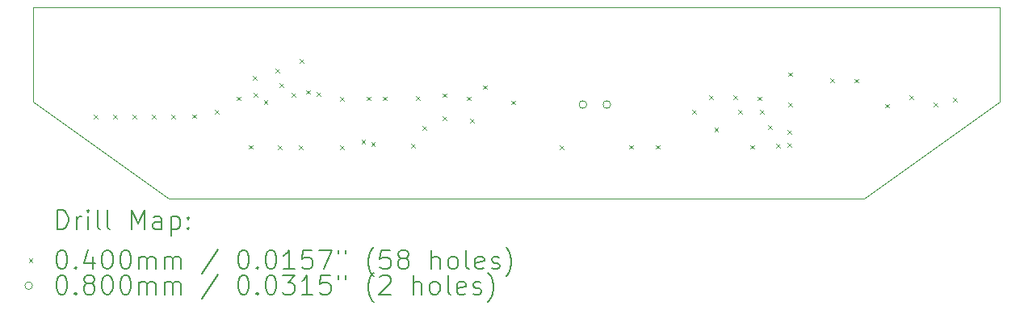
<source format=gbr>
%TF.GenerationSoftware,KiCad,Pcbnew,8.0.3*%
%TF.CreationDate,2024-06-22T11:38:50+02:00*%
%TF.ProjectId,z502rc2014,7a353032-7263-4323-9031-342e6b696361,rev?*%
%TF.SameCoordinates,Original*%
%TF.FileFunction,Drillmap*%
%TF.FilePolarity,Positive*%
%FSLAX45Y45*%
G04 Gerber Fmt 4.5, Leading zero omitted, Abs format (unit mm)*
G04 Created by KiCad (PCBNEW 8.0.3) date 2024-06-22 11:38:50*
%MOMM*%
%LPD*%
G01*
G04 APERTURE LIST*
%ADD10C,0.100000*%
%ADD11C,0.200000*%
G04 APERTURE END LIST*
D10*
X25882600Y-9398000D02*
X25882600Y-10388600D01*
X15748000Y-10388600D02*
X17170400Y-11404600D01*
X24460200Y-11404600D02*
X17170400Y-11404600D01*
X25882600Y-10388600D02*
X24460200Y-11404600D01*
X15748000Y-10388600D02*
X15748000Y-9398000D01*
X15748000Y-9398000D02*
X25882600Y-9398000D01*
D11*
D10*
X16388400Y-10521000D02*
X16428400Y-10561000D01*
X16428400Y-10521000D02*
X16388400Y-10561000D01*
X16591600Y-10521000D02*
X16631600Y-10561000D01*
X16631600Y-10521000D02*
X16591600Y-10561000D01*
X16794800Y-10521000D02*
X16834800Y-10561000D01*
X16834800Y-10521000D02*
X16794800Y-10561000D01*
X16998000Y-10521000D02*
X17038000Y-10561000D01*
X17038000Y-10521000D02*
X16998000Y-10561000D01*
X17201200Y-10521000D02*
X17241200Y-10561000D01*
X17241200Y-10521000D02*
X17201200Y-10561000D01*
X17417308Y-10517500D02*
X17457308Y-10557500D01*
X17457308Y-10517500D02*
X17417308Y-10557500D01*
X17658414Y-10472500D02*
X17698414Y-10512500D01*
X17698414Y-10472500D02*
X17658414Y-10512500D01*
X17887000Y-10330500D02*
X17927000Y-10370500D01*
X17927000Y-10330500D02*
X17887000Y-10370500D01*
X18014000Y-10838500D02*
X18054000Y-10878500D01*
X18054000Y-10838500D02*
X18014000Y-10878500D01*
X18051385Y-10113885D02*
X18091385Y-10153885D01*
X18091385Y-10113885D02*
X18051385Y-10153885D01*
X18063125Y-10292400D02*
X18103125Y-10332400D01*
X18103125Y-10292400D02*
X18063125Y-10332400D01*
X18168021Y-10369900D02*
X18208021Y-10409900D01*
X18208021Y-10369900D02*
X18168021Y-10409900D01*
X18293400Y-10038400D02*
X18333400Y-10078400D01*
X18333400Y-10038400D02*
X18293400Y-10078400D01*
X18318800Y-10839900D02*
X18358800Y-10879900D01*
X18358800Y-10839900D02*
X18318800Y-10879900D01*
X18335524Y-10192749D02*
X18375524Y-10232749D01*
X18375524Y-10192749D02*
X18335524Y-10232749D01*
X18457801Y-10289675D02*
X18497801Y-10329675D01*
X18497801Y-10289675D02*
X18457801Y-10329675D01*
X18536851Y-10842649D02*
X18576851Y-10882649D01*
X18576851Y-10842649D02*
X18536851Y-10882649D01*
X18547400Y-9936800D02*
X18587400Y-9976800D01*
X18587400Y-9936800D02*
X18547400Y-9976800D01*
X18612801Y-10262836D02*
X18652801Y-10302836D01*
X18652801Y-10262836D02*
X18612801Y-10302836D01*
X18721199Y-10281000D02*
X18761199Y-10321000D01*
X18761199Y-10281000D02*
X18721199Y-10321000D01*
X18965751Y-10844500D02*
X19005751Y-10884500D01*
X19005751Y-10844500D02*
X18965751Y-10884500D01*
X18966500Y-10335301D02*
X19006500Y-10375301D01*
X19006500Y-10335301D02*
X18966500Y-10375301D01*
X19192984Y-10782955D02*
X19232984Y-10822955D01*
X19232984Y-10782955D02*
X19192984Y-10822955D01*
X19245250Y-10329501D02*
X19285250Y-10369501D01*
X19285250Y-10329501D02*
X19245250Y-10369501D01*
X19294284Y-10810585D02*
X19334284Y-10850585D01*
X19334284Y-10810585D02*
X19294284Y-10850585D01*
X19414239Y-10329500D02*
X19454239Y-10369500D01*
X19454239Y-10329500D02*
X19414239Y-10369500D01*
X19715800Y-10825800D02*
X19755800Y-10865800D01*
X19755800Y-10825800D02*
X19715800Y-10865800D01*
X19762228Y-10324500D02*
X19802228Y-10364500D01*
X19802228Y-10324500D02*
X19762228Y-10364500D01*
X19829946Y-10637886D02*
X19869946Y-10677886D01*
X19869946Y-10637886D02*
X19829946Y-10677886D01*
X20046000Y-10296000D02*
X20086000Y-10336000D01*
X20086000Y-10296000D02*
X20046000Y-10336000D01*
X20046000Y-10541000D02*
X20086000Y-10581000D01*
X20086000Y-10541000D02*
X20046000Y-10581000D01*
X20300000Y-10330500D02*
X20340000Y-10370500D01*
X20340000Y-10330500D02*
X20300000Y-10370500D01*
X20332966Y-10562567D02*
X20372966Y-10602567D01*
X20372966Y-10562567D02*
X20332966Y-10602567D01*
X20465103Y-10211500D02*
X20505103Y-10251500D01*
X20505103Y-10211500D02*
X20465103Y-10251500D01*
X20765250Y-10373250D02*
X20805250Y-10413250D01*
X20805250Y-10373250D02*
X20765250Y-10413250D01*
X21270200Y-10845000D02*
X21310200Y-10885000D01*
X21310200Y-10845000D02*
X21270200Y-10885000D01*
X22000500Y-10838500D02*
X22040500Y-10878500D01*
X22040500Y-10838500D02*
X22000500Y-10878500D01*
X22279900Y-10838500D02*
X22319900Y-10878500D01*
X22319900Y-10838500D02*
X22279900Y-10878500D01*
X22662200Y-10470200D02*
X22702200Y-10510200D01*
X22702200Y-10470200D02*
X22662200Y-10510200D01*
X22838660Y-10316706D02*
X22878660Y-10356706D01*
X22878660Y-10316706D02*
X22838660Y-10356706D01*
X22892100Y-10655853D02*
X22932100Y-10695853D01*
X22932100Y-10655853D02*
X22892100Y-10695853D01*
X23094000Y-10317800D02*
X23134000Y-10357800D01*
X23134000Y-10317800D02*
X23094000Y-10357800D01*
X23144800Y-10470200D02*
X23184800Y-10510200D01*
X23184800Y-10470200D02*
X23144800Y-10510200D01*
X23270500Y-10838500D02*
X23310500Y-10878500D01*
X23310500Y-10838500D02*
X23270500Y-10878500D01*
X23348000Y-10330500D02*
X23388000Y-10370500D01*
X23388000Y-10330500D02*
X23348000Y-10370500D01*
X23373400Y-10470200D02*
X23413400Y-10510200D01*
X23413400Y-10470200D02*
X23373400Y-10510200D01*
X23456008Y-10629008D02*
X23496008Y-10669008D01*
X23496008Y-10629008D02*
X23456008Y-10669008D01*
X23541515Y-10824192D02*
X23581515Y-10864192D01*
X23581515Y-10824192D02*
X23541515Y-10864192D01*
X23657349Y-10817960D02*
X23697349Y-10857960D01*
X23697349Y-10817960D02*
X23657349Y-10857960D01*
X23659481Y-10680081D02*
X23699481Y-10720081D01*
X23699481Y-10680081D02*
X23659481Y-10720081D01*
X23665500Y-10076500D02*
X23705500Y-10116500D01*
X23705500Y-10076500D02*
X23665500Y-10116500D01*
X23665500Y-10394000D02*
X23705500Y-10434000D01*
X23705500Y-10394000D02*
X23665500Y-10434000D01*
X24110000Y-10140000D02*
X24150000Y-10180000D01*
X24150000Y-10140000D02*
X24110000Y-10180000D01*
X24358049Y-10144555D02*
X24398049Y-10184555D01*
X24398049Y-10144555D02*
X24358049Y-10184555D01*
X24681500Y-10405662D02*
X24721500Y-10445662D01*
X24721500Y-10405662D02*
X24681500Y-10445662D01*
X24935500Y-10316500D02*
X24975500Y-10356500D01*
X24975500Y-10316500D02*
X24935500Y-10356500D01*
X25189500Y-10394000D02*
X25229500Y-10434000D01*
X25229500Y-10394000D02*
X25189500Y-10434000D01*
X25391999Y-10342499D02*
X25431999Y-10382499D01*
X25431999Y-10342499D02*
X25391999Y-10382499D01*
X21553800Y-10414000D02*
G75*
G02*
X21473800Y-10414000I-40000J0D01*
G01*
X21473800Y-10414000D02*
G75*
G02*
X21553800Y-10414000I40000J0D01*
G01*
X21803800Y-10414000D02*
G75*
G02*
X21723800Y-10414000I-40000J0D01*
G01*
X21723800Y-10414000D02*
G75*
G02*
X21803800Y-10414000I40000J0D01*
G01*
D11*
X16003777Y-11721084D02*
X16003777Y-11521084D01*
X16003777Y-11521084D02*
X16051396Y-11521084D01*
X16051396Y-11521084D02*
X16079967Y-11530608D01*
X16079967Y-11530608D02*
X16099015Y-11549655D01*
X16099015Y-11549655D02*
X16108539Y-11568703D01*
X16108539Y-11568703D02*
X16118062Y-11606798D01*
X16118062Y-11606798D02*
X16118062Y-11635369D01*
X16118062Y-11635369D02*
X16108539Y-11673465D01*
X16108539Y-11673465D02*
X16099015Y-11692512D01*
X16099015Y-11692512D02*
X16079967Y-11711560D01*
X16079967Y-11711560D02*
X16051396Y-11721084D01*
X16051396Y-11721084D02*
X16003777Y-11721084D01*
X16203777Y-11721084D02*
X16203777Y-11587750D01*
X16203777Y-11625846D02*
X16213301Y-11606798D01*
X16213301Y-11606798D02*
X16222824Y-11597274D01*
X16222824Y-11597274D02*
X16241872Y-11587750D01*
X16241872Y-11587750D02*
X16260920Y-11587750D01*
X16327586Y-11721084D02*
X16327586Y-11587750D01*
X16327586Y-11521084D02*
X16318062Y-11530608D01*
X16318062Y-11530608D02*
X16327586Y-11540131D01*
X16327586Y-11540131D02*
X16337110Y-11530608D01*
X16337110Y-11530608D02*
X16327586Y-11521084D01*
X16327586Y-11521084D02*
X16327586Y-11540131D01*
X16451396Y-11721084D02*
X16432348Y-11711560D01*
X16432348Y-11711560D02*
X16422824Y-11692512D01*
X16422824Y-11692512D02*
X16422824Y-11521084D01*
X16556158Y-11721084D02*
X16537110Y-11711560D01*
X16537110Y-11711560D02*
X16527586Y-11692512D01*
X16527586Y-11692512D02*
X16527586Y-11521084D01*
X16784729Y-11721084D02*
X16784729Y-11521084D01*
X16784729Y-11521084D02*
X16851396Y-11663941D01*
X16851396Y-11663941D02*
X16918063Y-11521084D01*
X16918063Y-11521084D02*
X16918063Y-11721084D01*
X17099015Y-11721084D02*
X17099015Y-11616322D01*
X17099015Y-11616322D02*
X17089491Y-11597274D01*
X17089491Y-11597274D02*
X17070444Y-11587750D01*
X17070444Y-11587750D02*
X17032348Y-11587750D01*
X17032348Y-11587750D02*
X17013301Y-11597274D01*
X17099015Y-11711560D02*
X17079967Y-11721084D01*
X17079967Y-11721084D02*
X17032348Y-11721084D01*
X17032348Y-11721084D02*
X17013301Y-11711560D01*
X17013301Y-11711560D02*
X17003777Y-11692512D01*
X17003777Y-11692512D02*
X17003777Y-11673465D01*
X17003777Y-11673465D02*
X17013301Y-11654417D01*
X17013301Y-11654417D02*
X17032348Y-11644893D01*
X17032348Y-11644893D02*
X17079967Y-11644893D01*
X17079967Y-11644893D02*
X17099015Y-11635369D01*
X17194253Y-11587750D02*
X17194253Y-11787750D01*
X17194253Y-11597274D02*
X17213301Y-11587750D01*
X17213301Y-11587750D02*
X17251396Y-11587750D01*
X17251396Y-11587750D02*
X17270444Y-11597274D01*
X17270444Y-11597274D02*
X17279967Y-11606798D01*
X17279967Y-11606798D02*
X17289491Y-11625846D01*
X17289491Y-11625846D02*
X17289491Y-11682988D01*
X17289491Y-11682988D02*
X17279967Y-11702036D01*
X17279967Y-11702036D02*
X17270444Y-11711560D01*
X17270444Y-11711560D02*
X17251396Y-11721084D01*
X17251396Y-11721084D02*
X17213301Y-11721084D01*
X17213301Y-11721084D02*
X17194253Y-11711560D01*
X17375205Y-11702036D02*
X17384729Y-11711560D01*
X17384729Y-11711560D02*
X17375205Y-11721084D01*
X17375205Y-11721084D02*
X17365682Y-11711560D01*
X17365682Y-11711560D02*
X17375205Y-11702036D01*
X17375205Y-11702036D02*
X17375205Y-11721084D01*
X17375205Y-11597274D02*
X17384729Y-11606798D01*
X17384729Y-11606798D02*
X17375205Y-11616322D01*
X17375205Y-11616322D02*
X17365682Y-11606798D01*
X17365682Y-11606798D02*
X17375205Y-11597274D01*
X17375205Y-11597274D02*
X17375205Y-11616322D01*
D10*
X15703000Y-12029600D02*
X15743000Y-12069600D01*
X15743000Y-12029600D02*
X15703000Y-12069600D01*
D11*
X16041872Y-11941084D02*
X16060920Y-11941084D01*
X16060920Y-11941084D02*
X16079967Y-11950608D01*
X16079967Y-11950608D02*
X16089491Y-11960131D01*
X16089491Y-11960131D02*
X16099015Y-11979179D01*
X16099015Y-11979179D02*
X16108539Y-12017274D01*
X16108539Y-12017274D02*
X16108539Y-12064893D01*
X16108539Y-12064893D02*
X16099015Y-12102988D01*
X16099015Y-12102988D02*
X16089491Y-12122036D01*
X16089491Y-12122036D02*
X16079967Y-12131560D01*
X16079967Y-12131560D02*
X16060920Y-12141084D01*
X16060920Y-12141084D02*
X16041872Y-12141084D01*
X16041872Y-12141084D02*
X16022824Y-12131560D01*
X16022824Y-12131560D02*
X16013301Y-12122036D01*
X16013301Y-12122036D02*
X16003777Y-12102988D01*
X16003777Y-12102988D02*
X15994253Y-12064893D01*
X15994253Y-12064893D02*
X15994253Y-12017274D01*
X15994253Y-12017274D02*
X16003777Y-11979179D01*
X16003777Y-11979179D02*
X16013301Y-11960131D01*
X16013301Y-11960131D02*
X16022824Y-11950608D01*
X16022824Y-11950608D02*
X16041872Y-11941084D01*
X16194253Y-12122036D02*
X16203777Y-12131560D01*
X16203777Y-12131560D02*
X16194253Y-12141084D01*
X16194253Y-12141084D02*
X16184729Y-12131560D01*
X16184729Y-12131560D02*
X16194253Y-12122036D01*
X16194253Y-12122036D02*
X16194253Y-12141084D01*
X16375205Y-12007750D02*
X16375205Y-12141084D01*
X16327586Y-11931560D02*
X16279967Y-12074417D01*
X16279967Y-12074417D02*
X16403777Y-12074417D01*
X16518062Y-11941084D02*
X16537110Y-11941084D01*
X16537110Y-11941084D02*
X16556158Y-11950608D01*
X16556158Y-11950608D02*
X16565682Y-11960131D01*
X16565682Y-11960131D02*
X16575205Y-11979179D01*
X16575205Y-11979179D02*
X16584729Y-12017274D01*
X16584729Y-12017274D02*
X16584729Y-12064893D01*
X16584729Y-12064893D02*
X16575205Y-12102988D01*
X16575205Y-12102988D02*
X16565682Y-12122036D01*
X16565682Y-12122036D02*
X16556158Y-12131560D01*
X16556158Y-12131560D02*
X16537110Y-12141084D01*
X16537110Y-12141084D02*
X16518062Y-12141084D01*
X16518062Y-12141084D02*
X16499015Y-12131560D01*
X16499015Y-12131560D02*
X16489491Y-12122036D01*
X16489491Y-12122036D02*
X16479967Y-12102988D01*
X16479967Y-12102988D02*
X16470443Y-12064893D01*
X16470443Y-12064893D02*
X16470443Y-12017274D01*
X16470443Y-12017274D02*
X16479967Y-11979179D01*
X16479967Y-11979179D02*
X16489491Y-11960131D01*
X16489491Y-11960131D02*
X16499015Y-11950608D01*
X16499015Y-11950608D02*
X16518062Y-11941084D01*
X16708539Y-11941084D02*
X16727586Y-11941084D01*
X16727586Y-11941084D02*
X16746634Y-11950608D01*
X16746634Y-11950608D02*
X16756158Y-11960131D01*
X16756158Y-11960131D02*
X16765682Y-11979179D01*
X16765682Y-11979179D02*
X16775205Y-12017274D01*
X16775205Y-12017274D02*
X16775205Y-12064893D01*
X16775205Y-12064893D02*
X16765682Y-12102988D01*
X16765682Y-12102988D02*
X16756158Y-12122036D01*
X16756158Y-12122036D02*
X16746634Y-12131560D01*
X16746634Y-12131560D02*
X16727586Y-12141084D01*
X16727586Y-12141084D02*
X16708539Y-12141084D01*
X16708539Y-12141084D02*
X16689491Y-12131560D01*
X16689491Y-12131560D02*
X16679967Y-12122036D01*
X16679967Y-12122036D02*
X16670443Y-12102988D01*
X16670443Y-12102988D02*
X16660920Y-12064893D01*
X16660920Y-12064893D02*
X16660920Y-12017274D01*
X16660920Y-12017274D02*
X16670443Y-11979179D01*
X16670443Y-11979179D02*
X16679967Y-11960131D01*
X16679967Y-11960131D02*
X16689491Y-11950608D01*
X16689491Y-11950608D02*
X16708539Y-11941084D01*
X16860920Y-12141084D02*
X16860920Y-12007750D01*
X16860920Y-12026798D02*
X16870444Y-12017274D01*
X16870444Y-12017274D02*
X16889491Y-12007750D01*
X16889491Y-12007750D02*
X16918063Y-12007750D01*
X16918063Y-12007750D02*
X16937110Y-12017274D01*
X16937110Y-12017274D02*
X16946634Y-12036322D01*
X16946634Y-12036322D02*
X16946634Y-12141084D01*
X16946634Y-12036322D02*
X16956158Y-12017274D01*
X16956158Y-12017274D02*
X16975205Y-12007750D01*
X16975205Y-12007750D02*
X17003777Y-12007750D01*
X17003777Y-12007750D02*
X17022825Y-12017274D01*
X17022825Y-12017274D02*
X17032348Y-12036322D01*
X17032348Y-12036322D02*
X17032348Y-12141084D01*
X17127586Y-12141084D02*
X17127586Y-12007750D01*
X17127586Y-12026798D02*
X17137110Y-12017274D01*
X17137110Y-12017274D02*
X17156158Y-12007750D01*
X17156158Y-12007750D02*
X17184729Y-12007750D01*
X17184729Y-12007750D02*
X17203777Y-12017274D01*
X17203777Y-12017274D02*
X17213301Y-12036322D01*
X17213301Y-12036322D02*
X17213301Y-12141084D01*
X17213301Y-12036322D02*
X17222825Y-12017274D01*
X17222825Y-12017274D02*
X17241872Y-12007750D01*
X17241872Y-12007750D02*
X17270444Y-12007750D01*
X17270444Y-12007750D02*
X17289491Y-12017274D01*
X17289491Y-12017274D02*
X17299015Y-12036322D01*
X17299015Y-12036322D02*
X17299015Y-12141084D01*
X17689491Y-11931560D02*
X17518063Y-12188703D01*
X17946634Y-11941084D02*
X17965682Y-11941084D01*
X17965682Y-11941084D02*
X17984729Y-11950608D01*
X17984729Y-11950608D02*
X17994253Y-11960131D01*
X17994253Y-11960131D02*
X18003777Y-11979179D01*
X18003777Y-11979179D02*
X18013301Y-12017274D01*
X18013301Y-12017274D02*
X18013301Y-12064893D01*
X18013301Y-12064893D02*
X18003777Y-12102988D01*
X18003777Y-12102988D02*
X17994253Y-12122036D01*
X17994253Y-12122036D02*
X17984729Y-12131560D01*
X17984729Y-12131560D02*
X17965682Y-12141084D01*
X17965682Y-12141084D02*
X17946634Y-12141084D01*
X17946634Y-12141084D02*
X17927587Y-12131560D01*
X17927587Y-12131560D02*
X17918063Y-12122036D01*
X17918063Y-12122036D02*
X17908539Y-12102988D01*
X17908539Y-12102988D02*
X17899015Y-12064893D01*
X17899015Y-12064893D02*
X17899015Y-12017274D01*
X17899015Y-12017274D02*
X17908539Y-11979179D01*
X17908539Y-11979179D02*
X17918063Y-11960131D01*
X17918063Y-11960131D02*
X17927587Y-11950608D01*
X17927587Y-11950608D02*
X17946634Y-11941084D01*
X18099015Y-12122036D02*
X18108539Y-12131560D01*
X18108539Y-12131560D02*
X18099015Y-12141084D01*
X18099015Y-12141084D02*
X18089491Y-12131560D01*
X18089491Y-12131560D02*
X18099015Y-12122036D01*
X18099015Y-12122036D02*
X18099015Y-12141084D01*
X18232348Y-11941084D02*
X18251396Y-11941084D01*
X18251396Y-11941084D02*
X18270444Y-11950608D01*
X18270444Y-11950608D02*
X18279968Y-11960131D01*
X18279968Y-11960131D02*
X18289491Y-11979179D01*
X18289491Y-11979179D02*
X18299015Y-12017274D01*
X18299015Y-12017274D02*
X18299015Y-12064893D01*
X18299015Y-12064893D02*
X18289491Y-12102988D01*
X18289491Y-12102988D02*
X18279968Y-12122036D01*
X18279968Y-12122036D02*
X18270444Y-12131560D01*
X18270444Y-12131560D02*
X18251396Y-12141084D01*
X18251396Y-12141084D02*
X18232348Y-12141084D01*
X18232348Y-12141084D02*
X18213301Y-12131560D01*
X18213301Y-12131560D02*
X18203777Y-12122036D01*
X18203777Y-12122036D02*
X18194253Y-12102988D01*
X18194253Y-12102988D02*
X18184729Y-12064893D01*
X18184729Y-12064893D02*
X18184729Y-12017274D01*
X18184729Y-12017274D02*
X18194253Y-11979179D01*
X18194253Y-11979179D02*
X18203777Y-11960131D01*
X18203777Y-11960131D02*
X18213301Y-11950608D01*
X18213301Y-11950608D02*
X18232348Y-11941084D01*
X18489491Y-12141084D02*
X18375206Y-12141084D01*
X18432348Y-12141084D02*
X18432348Y-11941084D01*
X18432348Y-11941084D02*
X18413301Y-11969655D01*
X18413301Y-11969655D02*
X18394253Y-11988703D01*
X18394253Y-11988703D02*
X18375206Y-11998227D01*
X18670444Y-11941084D02*
X18575206Y-11941084D01*
X18575206Y-11941084D02*
X18565682Y-12036322D01*
X18565682Y-12036322D02*
X18575206Y-12026798D01*
X18575206Y-12026798D02*
X18594253Y-12017274D01*
X18594253Y-12017274D02*
X18641872Y-12017274D01*
X18641872Y-12017274D02*
X18660920Y-12026798D01*
X18660920Y-12026798D02*
X18670444Y-12036322D01*
X18670444Y-12036322D02*
X18679968Y-12055369D01*
X18679968Y-12055369D02*
X18679968Y-12102988D01*
X18679968Y-12102988D02*
X18670444Y-12122036D01*
X18670444Y-12122036D02*
X18660920Y-12131560D01*
X18660920Y-12131560D02*
X18641872Y-12141084D01*
X18641872Y-12141084D02*
X18594253Y-12141084D01*
X18594253Y-12141084D02*
X18575206Y-12131560D01*
X18575206Y-12131560D02*
X18565682Y-12122036D01*
X18746634Y-11941084D02*
X18879968Y-11941084D01*
X18879968Y-11941084D02*
X18794253Y-12141084D01*
X18946634Y-11941084D02*
X18946634Y-11979179D01*
X19022825Y-11941084D02*
X19022825Y-11979179D01*
X19318063Y-12217274D02*
X19308539Y-12207750D01*
X19308539Y-12207750D02*
X19289491Y-12179179D01*
X19289491Y-12179179D02*
X19279968Y-12160131D01*
X19279968Y-12160131D02*
X19270444Y-12131560D01*
X19270444Y-12131560D02*
X19260920Y-12083941D01*
X19260920Y-12083941D02*
X19260920Y-12045846D01*
X19260920Y-12045846D02*
X19270444Y-11998227D01*
X19270444Y-11998227D02*
X19279968Y-11969655D01*
X19279968Y-11969655D02*
X19289491Y-11950608D01*
X19289491Y-11950608D02*
X19308539Y-11922036D01*
X19308539Y-11922036D02*
X19318063Y-11912512D01*
X19489491Y-11941084D02*
X19394253Y-11941084D01*
X19394253Y-11941084D02*
X19384730Y-12036322D01*
X19384730Y-12036322D02*
X19394253Y-12026798D01*
X19394253Y-12026798D02*
X19413301Y-12017274D01*
X19413301Y-12017274D02*
X19460920Y-12017274D01*
X19460920Y-12017274D02*
X19479968Y-12026798D01*
X19479968Y-12026798D02*
X19489491Y-12036322D01*
X19489491Y-12036322D02*
X19499015Y-12055369D01*
X19499015Y-12055369D02*
X19499015Y-12102988D01*
X19499015Y-12102988D02*
X19489491Y-12122036D01*
X19489491Y-12122036D02*
X19479968Y-12131560D01*
X19479968Y-12131560D02*
X19460920Y-12141084D01*
X19460920Y-12141084D02*
X19413301Y-12141084D01*
X19413301Y-12141084D02*
X19394253Y-12131560D01*
X19394253Y-12131560D02*
X19384730Y-12122036D01*
X19613301Y-12026798D02*
X19594253Y-12017274D01*
X19594253Y-12017274D02*
X19584730Y-12007750D01*
X19584730Y-12007750D02*
X19575206Y-11988703D01*
X19575206Y-11988703D02*
X19575206Y-11979179D01*
X19575206Y-11979179D02*
X19584730Y-11960131D01*
X19584730Y-11960131D02*
X19594253Y-11950608D01*
X19594253Y-11950608D02*
X19613301Y-11941084D01*
X19613301Y-11941084D02*
X19651396Y-11941084D01*
X19651396Y-11941084D02*
X19670444Y-11950608D01*
X19670444Y-11950608D02*
X19679968Y-11960131D01*
X19679968Y-11960131D02*
X19689491Y-11979179D01*
X19689491Y-11979179D02*
X19689491Y-11988703D01*
X19689491Y-11988703D02*
X19679968Y-12007750D01*
X19679968Y-12007750D02*
X19670444Y-12017274D01*
X19670444Y-12017274D02*
X19651396Y-12026798D01*
X19651396Y-12026798D02*
X19613301Y-12026798D01*
X19613301Y-12026798D02*
X19594253Y-12036322D01*
X19594253Y-12036322D02*
X19584730Y-12045846D01*
X19584730Y-12045846D02*
X19575206Y-12064893D01*
X19575206Y-12064893D02*
X19575206Y-12102988D01*
X19575206Y-12102988D02*
X19584730Y-12122036D01*
X19584730Y-12122036D02*
X19594253Y-12131560D01*
X19594253Y-12131560D02*
X19613301Y-12141084D01*
X19613301Y-12141084D02*
X19651396Y-12141084D01*
X19651396Y-12141084D02*
X19670444Y-12131560D01*
X19670444Y-12131560D02*
X19679968Y-12122036D01*
X19679968Y-12122036D02*
X19689491Y-12102988D01*
X19689491Y-12102988D02*
X19689491Y-12064893D01*
X19689491Y-12064893D02*
X19679968Y-12045846D01*
X19679968Y-12045846D02*
X19670444Y-12036322D01*
X19670444Y-12036322D02*
X19651396Y-12026798D01*
X19927587Y-12141084D02*
X19927587Y-11941084D01*
X20013301Y-12141084D02*
X20013301Y-12036322D01*
X20013301Y-12036322D02*
X20003777Y-12017274D01*
X20003777Y-12017274D02*
X19984730Y-12007750D01*
X19984730Y-12007750D02*
X19956158Y-12007750D01*
X19956158Y-12007750D02*
X19937111Y-12017274D01*
X19937111Y-12017274D02*
X19927587Y-12026798D01*
X20137111Y-12141084D02*
X20118063Y-12131560D01*
X20118063Y-12131560D02*
X20108539Y-12122036D01*
X20108539Y-12122036D02*
X20099015Y-12102988D01*
X20099015Y-12102988D02*
X20099015Y-12045846D01*
X20099015Y-12045846D02*
X20108539Y-12026798D01*
X20108539Y-12026798D02*
X20118063Y-12017274D01*
X20118063Y-12017274D02*
X20137111Y-12007750D01*
X20137111Y-12007750D02*
X20165682Y-12007750D01*
X20165682Y-12007750D02*
X20184730Y-12017274D01*
X20184730Y-12017274D02*
X20194253Y-12026798D01*
X20194253Y-12026798D02*
X20203777Y-12045846D01*
X20203777Y-12045846D02*
X20203777Y-12102988D01*
X20203777Y-12102988D02*
X20194253Y-12122036D01*
X20194253Y-12122036D02*
X20184730Y-12131560D01*
X20184730Y-12131560D02*
X20165682Y-12141084D01*
X20165682Y-12141084D02*
X20137111Y-12141084D01*
X20318063Y-12141084D02*
X20299015Y-12131560D01*
X20299015Y-12131560D02*
X20289492Y-12112512D01*
X20289492Y-12112512D02*
X20289492Y-11941084D01*
X20470444Y-12131560D02*
X20451396Y-12141084D01*
X20451396Y-12141084D02*
X20413301Y-12141084D01*
X20413301Y-12141084D02*
X20394253Y-12131560D01*
X20394253Y-12131560D02*
X20384730Y-12112512D01*
X20384730Y-12112512D02*
X20384730Y-12036322D01*
X20384730Y-12036322D02*
X20394253Y-12017274D01*
X20394253Y-12017274D02*
X20413301Y-12007750D01*
X20413301Y-12007750D02*
X20451396Y-12007750D01*
X20451396Y-12007750D02*
X20470444Y-12017274D01*
X20470444Y-12017274D02*
X20479968Y-12036322D01*
X20479968Y-12036322D02*
X20479968Y-12055369D01*
X20479968Y-12055369D02*
X20384730Y-12074417D01*
X20556158Y-12131560D02*
X20575206Y-12141084D01*
X20575206Y-12141084D02*
X20613301Y-12141084D01*
X20613301Y-12141084D02*
X20632349Y-12131560D01*
X20632349Y-12131560D02*
X20641873Y-12112512D01*
X20641873Y-12112512D02*
X20641873Y-12102988D01*
X20641873Y-12102988D02*
X20632349Y-12083941D01*
X20632349Y-12083941D02*
X20613301Y-12074417D01*
X20613301Y-12074417D02*
X20584730Y-12074417D01*
X20584730Y-12074417D02*
X20565682Y-12064893D01*
X20565682Y-12064893D02*
X20556158Y-12045846D01*
X20556158Y-12045846D02*
X20556158Y-12036322D01*
X20556158Y-12036322D02*
X20565682Y-12017274D01*
X20565682Y-12017274D02*
X20584730Y-12007750D01*
X20584730Y-12007750D02*
X20613301Y-12007750D01*
X20613301Y-12007750D02*
X20632349Y-12017274D01*
X20708539Y-12217274D02*
X20718063Y-12207750D01*
X20718063Y-12207750D02*
X20737111Y-12179179D01*
X20737111Y-12179179D02*
X20746634Y-12160131D01*
X20746634Y-12160131D02*
X20756158Y-12131560D01*
X20756158Y-12131560D02*
X20765682Y-12083941D01*
X20765682Y-12083941D02*
X20765682Y-12045846D01*
X20765682Y-12045846D02*
X20756158Y-11998227D01*
X20756158Y-11998227D02*
X20746634Y-11969655D01*
X20746634Y-11969655D02*
X20737111Y-11950608D01*
X20737111Y-11950608D02*
X20718063Y-11922036D01*
X20718063Y-11922036D02*
X20708539Y-11912512D01*
D10*
X15743000Y-12313600D02*
G75*
G02*
X15663000Y-12313600I-40000J0D01*
G01*
X15663000Y-12313600D02*
G75*
G02*
X15743000Y-12313600I40000J0D01*
G01*
D11*
X16041872Y-12205084D02*
X16060920Y-12205084D01*
X16060920Y-12205084D02*
X16079967Y-12214608D01*
X16079967Y-12214608D02*
X16089491Y-12224131D01*
X16089491Y-12224131D02*
X16099015Y-12243179D01*
X16099015Y-12243179D02*
X16108539Y-12281274D01*
X16108539Y-12281274D02*
X16108539Y-12328893D01*
X16108539Y-12328893D02*
X16099015Y-12366988D01*
X16099015Y-12366988D02*
X16089491Y-12386036D01*
X16089491Y-12386036D02*
X16079967Y-12395560D01*
X16079967Y-12395560D02*
X16060920Y-12405084D01*
X16060920Y-12405084D02*
X16041872Y-12405084D01*
X16041872Y-12405084D02*
X16022824Y-12395560D01*
X16022824Y-12395560D02*
X16013301Y-12386036D01*
X16013301Y-12386036D02*
X16003777Y-12366988D01*
X16003777Y-12366988D02*
X15994253Y-12328893D01*
X15994253Y-12328893D02*
X15994253Y-12281274D01*
X15994253Y-12281274D02*
X16003777Y-12243179D01*
X16003777Y-12243179D02*
X16013301Y-12224131D01*
X16013301Y-12224131D02*
X16022824Y-12214608D01*
X16022824Y-12214608D02*
X16041872Y-12205084D01*
X16194253Y-12386036D02*
X16203777Y-12395560D01*
X16203777Y-12395560D02*
X16194253Y-12405084D01*
X16194253Y-12405084D02*
X16184729Y-12395560D01*
X16184729Y-12395560D02*
X16194253Y-12386036D01*
X16194253Y-12386036D02*
X16194253Y-12405084D01*
X16318062Y-12290798D02*
X16299015Y-12281274D01*
X16299015Y-12281274D02*
X16289491Y-12271750D01*
X16289491Y-12271750D02*
X16279967Y-12252703D01*
X16279967Y-12252703D02*
X16279967Y-12243179D01*
X16279967Y-12243179D02*
X16289491Y-12224131D01*
X16289491Y-12224131D02*
X16299015Y-12214608D01*
X16299015Y-12214608D02*
X16318062Y-12205084D01*
X16318062Y-12205084D02*
X16356158Y-12205084D01*
X16356158Y-12205084D02*
X16375205Y-12214608D01*
X16375205Y-12214608D02*
X16384729Y-12224131D01*
X16384729Y-12224131D02*
X16394253Y-12243179D01*
X16394253Y-12243179D02*
X16394253Y-12252703D01*
X16394253Y-12252703D02*
X16384729Y-12271750D01*
X16384729Y-12271750D02*
X16375205Y-12281274D01*
X16375205Y-12281274D02*
X16356158Y-12290798D01*
X16356158Y-12290798D02*
X16318062Y-12290798D01*
X16318062Y-12290798D02*
X16299015Y-12300322D01*
X16299015Y-12300322D02*
X16289491Y-12309846D01*
X16289491Y-12309846D02*
X16279967Y-12328893D01*
X16279967Y-12328893D02*
X16279967Y-12366988D01*
X16279967Y-12366988D02*
X16289491Y-12386036D01*
X16289491Y-12386036D02*
X16299015Y-12395560D01*
X16299015Y-12395560D02*
X16318062Y-12405084D01*
X16318062Y-12405084D02*
X16356158Y-12405084D01*
X16356158Y-12405084D02*
X16375205Y-12395560D01*
X16375205Y-12395560D02*
X16384729Y-12386036D01*
X16384729Y-12386036D02*
X16394253Y-12366988D01*
X16394253Y-12366988D02*
X16394253Y-12328893D01*
X16394253Y-12328893D02*
X16384729Y-12309846D01*
X16384729Y-12309846D02*
X16375205Y-12300322D01*
X16375205Y-12300322D02*
X16356158Y-12290798D01*
X16518062Y-12205084D02*
X16537110Y-12205084D01*
X16537110Y-12205084D02*
X16556158Y-12214608D01*
X16556158Y-12214608D02*
X16565682Y-12224131D01*
X16565682Y-12224131D02*
X16575205Y-12243179D01*
X16575205Y-12243179D02*
X16584729Y-12281274D01*
X16584729Y-12281274D02*
X16584729Y-12328893D01*
X16584729Y-12328893D02*
X16575205Y-12366988D01*
X16575205Y-12366988D02*
X16565682Y-12386036D01*
X16565682Y-12386036D02*
X16556158Y-12395560D01*
X16556158Y-12395560D02*
X16537110Y-12405084D01*
X16537110Y-12405084D02*
X16518062Y-12405084D01*
X16518062Y-12405084D02*
X16499015Y-12395560D01*
X16499015Y-12395560D02*
X16489491Y-12386036D01*
X16489491Y-12386036D02*
X16479967Y-12366988D01*
X16479967Y-12366988D02*
X16470443Y-12328893D01*
X16470443Y-12328893D02*
X16470443Y-12281274D01*
X16470443Y-12281274D02*
X16479967Y-12243179D01*
X16479967Y-12243179D02*
X16489491Y-12224131D01*
X16489491Y-12224131D02*
X16499015Y-12214608D01*
X16499015Y-12214608D02*
X16518062Y-12205084D01*
X16708539Y-12205084D02*
X16727586Y-12205084D01*
X16727586Y-12205084D02*
X16746634Y-12214608D01*
X16746634Y-12214608D02*
X16756158Y-12224131D01*
X16756158Y-12224131D02*
X16765682Y-12243179D01*
X16765682Y-12243179D02*
X16775205Y-12281274D01*
X16775205Y-12281274D02*
X16775205Y-12328893D01*
X16775205Y-12328893D02*
X16765682Y-12366988D01*
X16765682Y-12366988D02*
X16756158Y-12386036D01*
X16756158Y-12386036D02*
X16746634Y-12395560D01*
X16746634Y-12395560D02*
X16727586Y-12405084D01*
X16727586Y-12405084D02*
X16708539Y-12405084D01*
X16708539Y-12405084D02*
X16689491Y-12395560D01*
X16689491Y-12395560D02*
X16679967Y-12386036D01*
X16679967Y-12386036D02*
X16670443Y-12366988D01*
X16670443Y-12366988D02*
X16660920Y-12328893D01*
X16660920Y-12328893D02*
X16660920Y-12281274D01*
X16660920Y-12281274D02*
X16670443Y-12243179D01*
X16670443Y-12243179D02*
X16679967Y-12224131D01*
X16679967Y-12224131D02*
X16689491Y-12214608D01*
X16689491Y-12214608D02*
X16708539Y-12205084D01*
X16860920Y-12405084D02*
X16860920Y-12271750D01*
X16860920Y-12290798D02*
X16870444Y-12281274D01*
X16870444Y-12281274D02*
X16889491Y-12271750D01*
X16889491Y-12271750D02*
X16918063Y-12271750D01*
X16918063Y-12271750D02*
X16937110Y-12281274D01*
X16937110Y-12281274D02*
X16946634Y-12300322D01*
X16946634Y-12300322D02*
X16946634Y-12405084D01*
X16946634Y-12300322D02*
X16956158Y-12281274D01*
X16956158Y-12281274D02*
X16975205Y-12271750D01*
X16975205Y-12271750D02*
X17003777Y-12271750D01*
X17003777Y-12271750D02*
X17022825Y-12281274D01*
X17022825Y-12281274D02*
X17032348Y-12300322D01*
X17032348Y-12300322D02*
X17032348Y-12405084D01*
X17127586Y-12405084D02*
X17127586Y-12271750D01*
X17127586Y-12290798D02*
X17137110Y-12281274D01*
X17137110Y-12281274D02*
X17156158Y-12271750D01*
X17156158Y-12271750D02*
X17184729Y-12271750D01*
X17184729Y-12271750D02*
X17203777Y-12281274D01*
X17203777Y-12281274D02*
X17213301Y-12300322D01*
X17213301Y-12300322D02*
X17213301Y-12405084D01*
X17213301Y-12300322D02*
X17222825Y-12281274D01*
X17222825Y-12281274D02*
X17241872Y-12271750D01*
X17241872Y-12271750D02*
X17270444Y-12271750D01*
X17270444Y-12271750D02*
X17289491Y-12281274D01*
X17289491Y-12281274D02*
X17299015Y-12300322D01*
X17299015Y-12300322D02*
X17299015Y-12405084D01*
X17689491Y-12195560D02*
X17518063Y-12452703D01*
X17946634Y-12205084D02*
X17965682Y-12205084D01*
X17965682Y-12205084D02*
X17984729Y-12214608D01*
X17984729Y-12214608D02*
X17994253Y-12224131D01*
X17994253Y-12224131D02*
X18003777Y-12243179D01*
X18003777Y-12243179D02*
X18013301Y-12281274D01*
X18013301Y-12281274D02*
X18013301Y-12328893D01*
X18013301Y-12328893D02*
X18003777Y-12366988D01*
X18003777Y-12366988D02*
X17994253Y-12386036D01*
X17994253Y-12386036D02*
X17984729Y-12395560D01*
X17984729Y-12395560D02*
X17965682Y-12405084D01*
X17965682Y-12405084D02*
X17946634Y-12405084D01*
X17946634Y-12405084D02*
X17927587Y-12395560D01*
X17927587Y-12395560D02*
X17918063Y-12386036D01*
X17918063Y-12386036D02*
X17908539Y-12366988D01*
X17908539Y-12366988D02*
X17899015Y-12328893D01*
X17899015Y-12328893D02*
X17899015Y-12281274D01*
X17899015Y-12281274D02*
X17908539Y-12243179D01*
X17908539Y-12243179D02*
X17918063Y-12224131D01*
X17918063Y-12224131D02*
X17927587Y-12214608D01*
X17927587Y-12214608D02*
X17946634Y-12205084D01*
X18099015Y-12386036D02*
X18108539Y-12395560D01*
X18108539Y-12395560D02*
X18099015Y-12405084D01*
X18099015Y-12405084D02*
X18089491Y-12395560D01*
X18089491Y-12395560D02*
X18099015Y-12386036D01*
X18099015Y-12386036D02*
X18099015Y-12405084D01*
X18232348Y-12205084D02*
X18251396Y-12205084D01*
X18251396Y-12205084D02*
X18270444Y-12214608D01*
X18270444Y-12214608D02*
X18279968Y-12224131D01*
X18279968Y-12224131D02*
X18289491Y-12243179D01*
X18289491Y-12243179D02*
X18299015Y-12281274D01*
X18299015Y-12281274D02*
X18299015Y-12328893D01*
X18299015Y-12328893D02*
X18289491Y-12366988D01*
X18289491Y-12366988D02*
X18279968Y-12386036D01*
X18279968Y-12386036D02*
X18270444Y-12395560D01*
X18270444Y-12395560D02*
X18251396Y-12405084D01*
X18251396Y-12405084D02*
X18232348Y-12405084D01*
X18232348Y-12405084D02*
X18213301Y-12395560D01*
X18213301Y-12395560D02*
X18203777Y-12386036D01*
X18203777Y-12386036D02*
X18194253Y-12366988D01*
X18194253Y-12366988D02*
X18184729Y-12328893D01*
X18184729Y-12328893D02*
X18184729Y-12281274D01*
X18184729Y-12281274D02*
X18194253Y-12243179D01*
X18194253Y-12243179D02*
X18203777Y-12224131D01*
X18203777Y-12224131D02*
X18213301Y-12214608D01*
X18213301Y-12214608D02*
X18232348Y-12205084D01*
X18365682Y-12205084D02*
X18489491Y-12205084D01*
X18489491Y-12205084D02*
X18422825Y-12281274D01*
X18422825Y-12281274D02*
X18451396Y-12281274D01*
X18451396Y-12281274D02*
X18470444Y-12290798D01*
X18470444Y-12290798D02*
X18479968Y-12300322D01*
X18479968Y-12300322D02*
X18489491Y-12319369D01*
X18489491Y-12319369D02*
X18489491Y-12366988D01*
X18489491Y-12366988D02*
X18479968Y-12386036D01*
X18479968Y-12386036D02*
X18470444Y-12395560D01*
X18470444Y-12395560D02*
X18451396Y-12405084D01*
X18451396Y-12405084D02*
X18394253Y-12405084D01*
X18394253Y-12405084D02*
X18375206Y-12395560D01*
X18375206Y-12395560D02*
X18365682Y-12386036D01*
X18679968Y-12405084D02*
X18565682Y-12405084D01*
X18622825Y-12405084D02*
X18622825Y-12205084D01*
X18622825Y-12205084D02*
X18603777Y-12233655D01*
X18603777Y-12233655D02*
X18584729Y-12252703D01*
X18584729Y-12252703D02*
X18565682Y-12262227D01*
X18860920Y-12205084D02*
X18765682Y-12205084D01*
X18765682Y-12205084D02*
X18756158Y-12300322D01*
X18756158Y-12300322D02*
X18765682Y-12290798D01*
X18765682Y-12290798D02*
X18784729Y-12281274D01*
X18784729Y-12281274D02*
X18832349Y-12281274D01*
X18832349Y-12281274D02*
X18851396Y-12290798D01*
X18851396Y-12290798D02*
X18860920Y-12300322D01*
X18860920Y-12300322D02*
X18870444Y-12319369D01*
X18870444Y-12319369D02*
X18870444Y-12366988D01*
X18870444Y-12366988D02*
X18860920Y-12386036D01*
X18860920Y-12386036D02*
X18851396Y-12395560D01*
X18851396Y-12395560D02*
X18832349Y-12405084D01*
X18832349Y-12405084D02*
X18784729Y-12405084D01*
X18784729Y-12405084D02*
X18765682Y-12395560D01*
X18765682Y-12395560D02*
X18756158Y-12386036D01*
X18946634Y-12205084D02*
X18946634Y-12243179D01*
X19022825Y-12205084D02*
X19022825Y-12243179D01*
X19318063Y-12481274D02*
X19308539Y-12471750D01*
X19308539Y-12471750D02*
X19289491Y-12443179D01*
X19289491Y-12443179D02*
X19279968Y-12424131D01*
X19279968Y-12424131D02*
X19270444Y-12395560D01*
X19270444Y-12395560D02*
X19260920Y-12347941D01*
X19260920Y-12347941D02*
X19260920Y-12309846D01*
X19260920Y-12309846D02*
X19270444Y-12262227D01*
X19270444Y-12262227D02*
X19279968Y-12233655D01*
X19279968Y-12233655D02*
X19289491Y-12214608D01*
X19289491Y-12214608D02*
X19308539Y-12186036D01*
X19308539Y-12186036D02*
X19318063Y-12176512D01*
X19384730Y-12224131D02*
X19394253Y-12214608D01*
X19394253Y-12214608D02*
X19413301Y-12205084D01*
X19413301Y-12205084D02*
X19460920Y-12205084D01*
X19460920Y-12205084D02*
X19479968Y-12214608D01*
X19479968Y-12214608D02*
X19489491Y-12224131D01*
X19489491Y-12224131D02*
X19499015Y-12243179D01*
X19499015Y-12243179D02*
X19499015Y-12262227D01*
X19499015Y-12262227D02*
X19489491Y-12290798D01*
X19489491Y-12290798D02*
X19375206Y-12405084D01*
X19375206Y-12405084D02*
X19499015Y-12405084D01*
X19737111Y-12405084D02*
X19737111Y-12205084D01*
X19822825Y-12405084D02*
X19822825Y-12300322D01*
X19822825Y-12300322D02*
X19813301Y-12281274D01*
X19813301Y-12281274D02*
X19794253Y-12271750D01*
X19794253Y-12271750D02*
X19765682Y-12271750D01*
X19765682Y-12271750D02*
X19746634Y-12281274D01*
X19746634Y-12281274D02*
X19737111Y-12290798D01*
X19946634Y-12405084D02*
X19927587Y-12395560D01*
X19927587Y-12395560D02*
X19918063Y-12386036D01*
X19918063Y-12386036D02*
X19908539Y-12366988D01*
X19908539Y-12366988D02*
X19908539Y-12309846D01*
X19908539Y-12309846D02*
X19918063Y-12290798D01*
X19918063Y-12290798D02*
X19927587Y-12281274D01*
X19927587Y-12281274D02*
X19946634Y-12271750D01*
X19946634Y-12271750D02*
X19975206Y-12271750D01*
X19975206Y-12271750D02*
X19994253Y-12281274D01*
X19994253Y-12281274D02*
X20003777Y-12290798D01*
X20003777Y-12290798D02*
X20013301Y-12309846D01*
X20013301Y-12309846D02*
X20013301Y-12366988D01*
X20013301Y-12366988D02*
X20003777Y-12386036D01*
X20003777Y-12386036D02*
X19994253Y-12395560D01*
X19994253Y-12395560D02*
X19975206Y-12405084D01*
X19975206Y-12405084D02*
X19946634Y-12405084D01*
X20127587Y-12405084D02*
X20108539Y-12395560D01*
X20108539Y-12395560D02*
X20099015Y-12376512D01*
X20099015Y-12376512D02*
X20099015Y-12205084D01*
X20279968Y-12395560D02*
X20260920Y-12405084D01*
X20260920Y-12405084D02*
X20222825Y-12405084D01*
X20222825Y-12405084D02*
X20203777Y-12395560D01*
X20203777Y-12395560D02*
X20194253Y-12376512D01*
X20194253Y-12376512D02*
X20194253Y-12300322D01*
X20194253Y-12300322D02*
X20203777Y-12281274D01*
X20203777Y-12281274D02*
X20222825Y-12271750D01*
X20222825Y-12271750D02*
X20260920Y-12271750D01*
X20260920Y-12271750D02*
X20279968Y-12281274D01*
X20279968Y-12281274D02*
X20289492Y-12300322D01*
X20289492Y-12300322D02*
X20289492Y-12319369D01*
X20289492Y-12319369D02*
X20194253Y-12338417D01*
X20365682Y-12395560D02*
X20384730Y-12405084D01*
X20384730Y-12405084D02*
X20422825Y-12405084D01*
X20422825Y-12405084D02*
X20441873Y-12395560D01*
X20441873Y-12395560D02*
X20451396Y-12376512D01*
X20451396Y-12376512D02*
X20451396Y-12366988D01*
X20451396Y-12366988D02*
X20441873Y-12347941D01*
X20441873Y-12347941D02*
X20422825Y-12338417D01*
X20422825Y-12338417D02*
X20394253Y-12338417D01*
X20394253Y-12338417D02*
X20375206Y-12328893D01*
X20375206Y-12328893D02*
X20365682Y-12309846D01*
X20365682Y-12309846D02*
X20365682Y-12300322D01*
X20365682Y-12300322D02*
X20375206Y-12281274D01*
X20375206Y-12281274D02*
X20394253Y-12271750D01*
X20394253Y-12271750D02*
X20422825Y-12271750D01*
X20422825Y-12271750D02*
X20441873Y-12281274D01*
X20518063Y-12481274D02*
X20527587Y-12471750D01*
X20527587Y-12471750D02*
X20546634Y-12443179D01*
X20546634Y-12443179D02*
X20556158Y-12424131D01*
X20556158Y-12424131D02*
X20565682Y-12395560D01*
X20565682Y-12395560D02*
X20575206Y-12347941D01*
X20575206Y-12347941D02*
X20575206Y-12309846D01*
X20575206Y-12309846D02*
X20565682Y-12262227D01*
X20565682Y-12262227D02*
X20556158Y-12233655D01*
X20556158Y-12233655D02*
X20546634Y-12214608D01*
X20546634Y-12214608D02*
X20527587Y-12186036D01*
X20527587Y-12186036D02*
X20518063Y-12176512D01*
M02*

</source>
